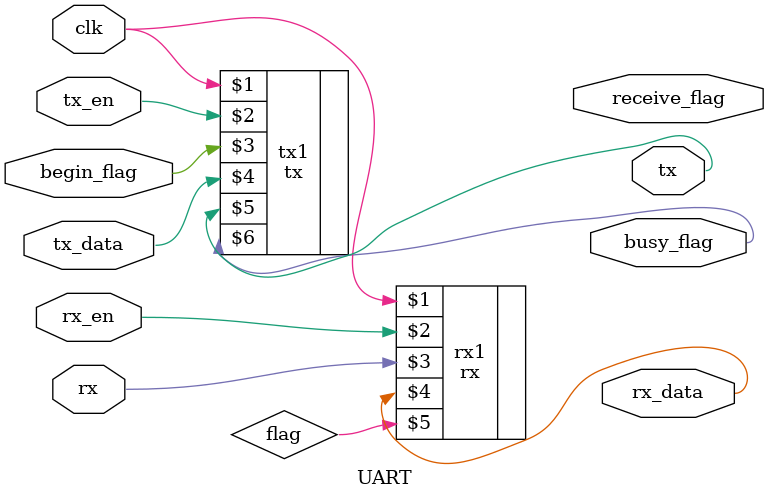
<source format=v>

module UART(
    input wire clk,
    input wire tx_en,
    input wire rx_en,
    input wire begin_flag,
    input wire rx,
    input wire tx_data,
    output wire tx,
    output wire rx_data,
    output wire busy_flag,
    output wire receive_flag
);

    tx tx1(clk, tx_en, begin_flag, tx_data, tx, busy_flag);
    rx rx1(clk, rx_en, rx, rx_data, flag);
    
endmodule

</source>
